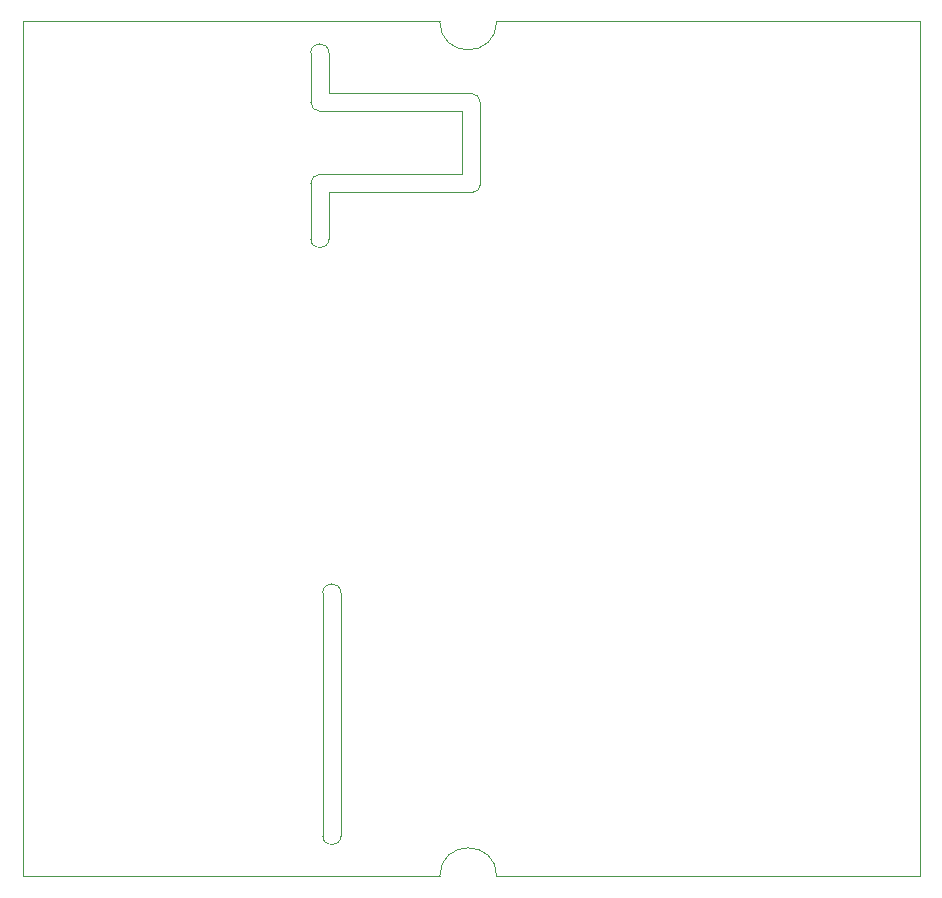
<source format=gbr>
%TF.GenerationSoftware,KiCad,Pcbnew,6.0.2+dfsg-1*%
%TF.CreationDate,2023-01-14T15:25:47+01:00*%
%TF.ProjectId,OpenDTU,4f70656e-4454-4552-9e6b-696361645f70,rev?*%
%TF.SameCoordinates,Original*%
%TF.FileFunction,Profile,NP*%
%FSLAX46Y46*%
G04 Gerber Fmt 4.6, Leading zero omitted, Abs format (unit mm)*
G04 Created by KiCad (PCBNEW 6.0.2+dfsg-1) date 2023-01-14 15:25:47*
%MOMM*%
%LPD*%
G01*
G04 APERTURE LIST*
%TA.AperFunction,Profile*%
%ADD10C,0.050000*%
%TD*%
G04 APERTURE END LIST*
D10*
X70485000Y-36576000D02*
X58420000Y-36576000D01*
X56896000Y-37338000D02*
X56896000Y-33147000D01*
X67818000Y-30480000D02*
X32512000Y-30480000D01*
X58420000Y-44958000D02*
X70612000Y-44958000D01*
X70612000Y-44958000D02*
G75*
G03*
X71247000Y-44323000I1J634999D01*
G01*
X56896000Y-37338000D02*
G75*
G03*
X57658000Y-38100000I762001J1D01*
G01*
X108458000Y-102870000D02*
X72643998Y-102870000D01*
X58420000Y-33147000D02*
G75*
G03*
X56896000Y-33147000I-762000J0D01*
G01*
X57912000Y-99441000D02*
X57912000Y-78867000D01*
X59436000Y-78867000D02*
X59436000Y-99441000D01*
X56896000Y-44196000D02*
X56896000Y-48895000D01*
X69723000Y-43434000D02*
X57658000Y-43434000D01*
X108458000Y-30480000D02*
X108458000Y-102870000D01*
X58420000Y-36576000D02*
X58420000Y-33147000D01*
X59436000Y-78867000D02*
G75*
G03*
X57912000Y-78867000I-762000J0D01*
G01*
X57912000Y-99441000D02*
G75*
G03*
X59436000Y-99441000I762000J0D01*
G01*
X72644000Y-30480000D02*
X108458000Y-30480000D01*
X56896000Y-48895000D02*
G75*
G03*
X58420000Y-48895000I762000J0D01*
G01*
X71247000Y-44323000D02*
X71247000Y-37338000D01*
X57658000Y-38100000D02*
X69723000Y-38100000D01*
X57658000Y-43434000D02*
G75*
G03*
X56896000Y-44196000I1J-762001D01*
G01*
X72643998Y-102870000D02*
G75*
G03*
X67818000Y-102870000I-2412999J0D01*
G01*
X32512000Y-102870000D02*
X32512000Y-30480000D01*
X71247000Y-37338000D02*
G75*
G03*
X70485000Y-36576000I-762001J-1D01*
G01*
X69723000Y-38100000D02*
X69723000Y-43434000D01*
X32512000Y-102870000D02*
X67818000Y-102870000D01*
X58420000Y-48895000D02*
X58420000Y-44958000D01*
X67818000Y-30480000D02*
G75*
G03*
X72644000Y-30480000I2413000J0D01*
G01*
M02*

</source>
